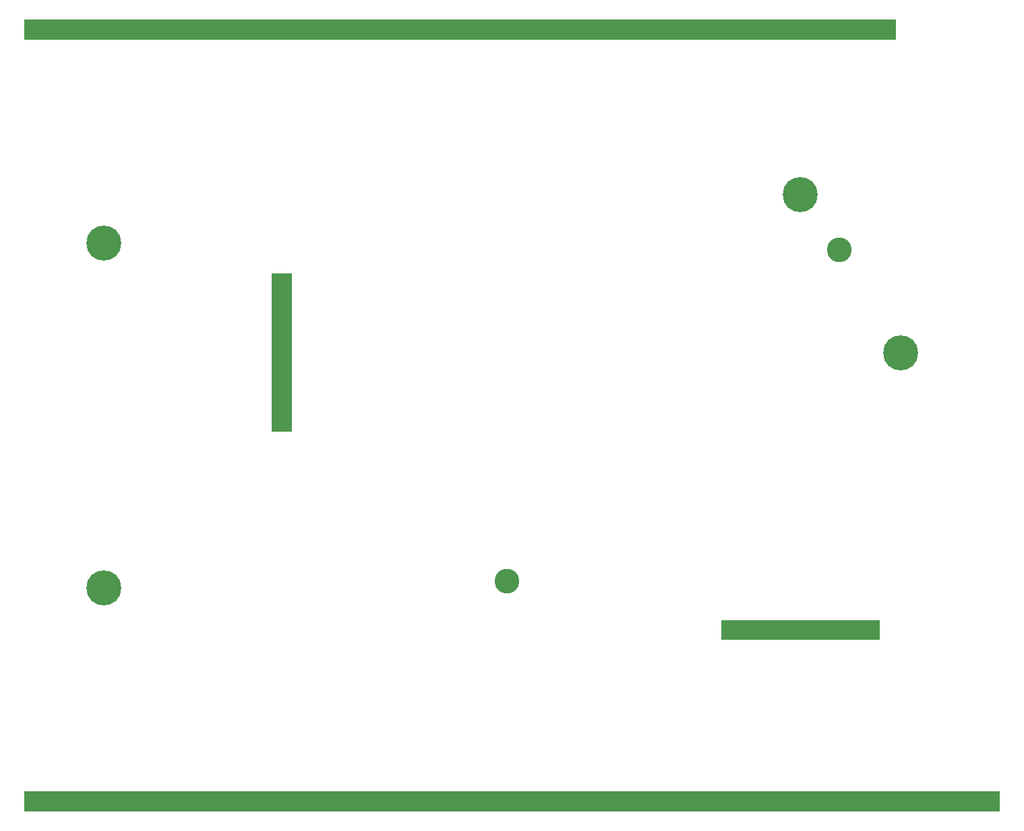
<source format=gbr>
%TF.GenerationSoftware,KiCad,Pcbnew,9.0.0*%
%TF.CreationDate,2025-04-28T14:42:44-04:00*%
%TF.ProjectId,Interposer_Board_IOCrest,496e7465-7270-46f7-9365-725f426f6172,rev?*%
%TF.SameCoordinates,Original*%
%TF.FileFunction,Soldermask,Bot*%
%TF.FilePolarity,Negative*%
%FSLAX46Y46*%
G04 Gerber Fmt 4.6, Leading zero omitted, Abs format (unit mm)*
G04 Created by KiCad (PCBNEW 9.0.0) date 2025-04-28 14:42:44*
%MOMM*%
%LPD*%
G01*
G04 APERTURE LIST*
%ADD10C,0.700000*%
%ADD11C,4.400000*%
%ADD12C,3.100000*%
G04 APERTURE END LIST*
G36*
X69776100Y-20378600D02*
G01*
X179276100Y-20378600D01*
X179276100Y-22878600D01*
X69776100Y-22878600D01*
X69776100Y-20378600D01*
G37*
G36*
X69776100Y-117378600D02*
G01*
X192276100Y-117378600D01*
X192276100Y-119878600D01*
X69776100Y-119878600D01*
X69776100Y-117378600D01*
G37*
%TO.C,J2*%
G36*
X177201100Y-95853600D02*
G01*
X157301100Y-95853600D01*
X157301100Y-98353600D01*
X177201100Y-98353600D01*
X177201100Y-95853600D01*
G37*
%TO.C,J1*%
G36*
X103333600Y-52278600D02*
G01*
X100833600Y-52278600D01*
X100833600Y-72178600D01*
X103333600Y-72178600D01*
X103333600Y-52278600D01*
G37*
%TD*%
D10*
%TO.C,H2*%
X165601100Y-42353600D03*
X166084374Y-41186874D03*
X166084374Y-43520326D03*
X167251100Y-40703600D03*
D11*
X167251100Y-42353600D03*
D10*
X167251100Y-44003600D03*
X168417826Y-41186874D03*
X168417826Y-43520326D03*
X168901100Y-42353600D03*
%TD*%
%TO.C,H4*%
X78126100Y-91778600D03*
X78609374Y-90611874D03*
X78609374Y-92945326D03*
X79776100Y-90128600D03*
D11*
X79776100Y-91778600D03*
D10*
X79776100Y-93428600D03*
X80942826Y-90611874D03*
X80942826Y-92945326D03*
X81426100Y-91778600D03*
%TD*%
D12*
%TO.C,HS1*%
X130416100Y-90988600D03*
X172136100Y-49268600D03*
%TD*%
D10*
%TO.C,H1*%
X178196100Y-62278600D03*
X178679374Y-61111874D03*
X178679374Y-63445326D03*
X179846100Y-60628600D03*
D11*
X179846100Y-62278600D03*
D10*
X179846100Y-63928600D03*
X181012826Y-61111874D03*
X181012826Y-63445326D03*
X181496100Y-62278600D03*
%TD*%
%TO.C,H3*%
X78126100Y-48478600D03*
X78609374Y-47311874D03*
X78609374Y-49645326D03*
X79776100Y-46828600D03*
D11*
X79776100Y-48478600D03*
D10*
X79776100Y-50128600D03*
X80942826Y-47311874D03*
X80942826Y-49645326D03*
X81426100Y-48478600D03*
%TD*%
M02*

</source>
